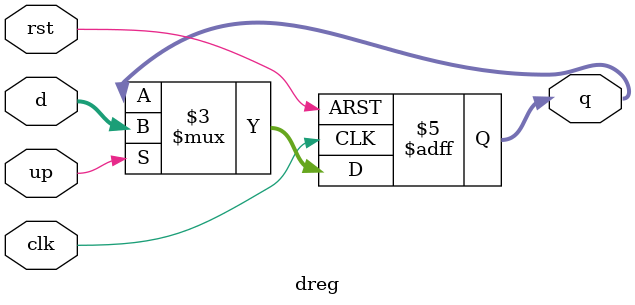
<source format=v>
module dreg # (parameter WIDTH = 32) (
        input  wire             clk,
        //input wire              en,
        input wire              up,
        input  wire             rst,
        input  wire [WIDTH-1:0] d,
        output reg  [WIDTH-1:0] q
    );

    always @ (posedge clk, posedge rst) begin
        if (rst) q <= 0;
        else if(up) q <= d;
        else     q <= q;
    end
endmodule
</source>
